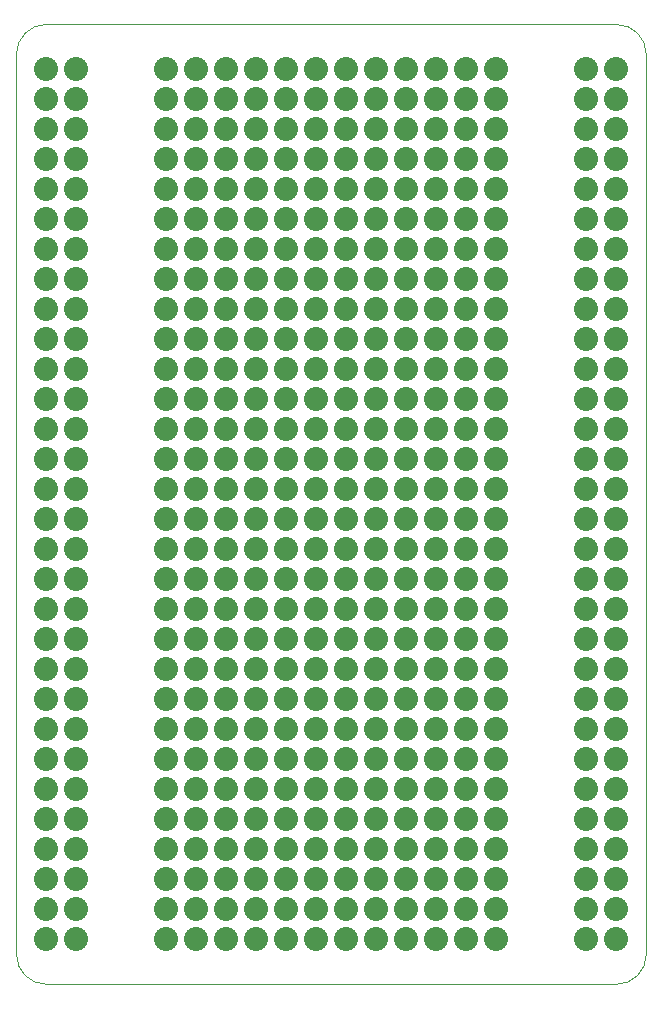
<source format=gbs>
G04 #@! TF.FileFunction,Soldermask,Bot*
%FSLAX46Y46*%
G04 Gerber Fmt 4.6, Leading zero omitted, Abs format (unit mm)*
G04 Created by KiCad (PCBNEW 0.201505061231+5645~23~ubuntu14.10.1-product) date Fri May  8 13:03:44 2015*
%MOMM*%
G01*
G04 APERTURE LIST*
%ADD10C,0.100000*%
%ADD11C,2.032000*%
G04 APERTURE END LIST*
D10*
X91440000Y-118110000D02*
G75*
G03X93980000Y-120650000I2540000J0D01*
G01*
X142240000Y-120650000D02*
G75*
G03X144780000Y-118110000I0J2540000D01*
G01*
X144780000Y-41910000D02*
G75*
G03X142240000Y-39370000I-2540000J0D01*
G01*
X93980000Y-39370000D02*
G75*
G03X91440000Y-41910000I0J-2540000D01*
G01*
X91440000Y-118110000D02*
X91440000Y-41910000D01*
X142240000Y-120650000D02*
X93980000Y-120650000D01*
X144780000Y-41910000D02*
X144780000Y-118110000D01*
X93980000Y-39370000D02*
X142240000Y-39370000D01*
D11*
X96520000Y-116840000D03*
X93980000Y-116840000D03*
X142240000Y-116840000D03*
X139700000Y-116840000D03*
X142240000Y-101600000D03*
X139700000Y-101600000D03*
X142240000Y-86360000D03*
X139700000Y-86360000D03*
X142240000Y-71120000D03*
X139700000Y-71120000D03*
X142240000Y-55880000D03*
X139700000Y-55880000D03*
X96520000Y-101600000D03*
X93980000Y-101600000D03*
X96520000Y-86360000D03*
X93980000Y-86360000D03*
X96520000Y-71120000D03*
X93980000Y-71120000D03*
X96520000Y-55880000D03*
X93980000Y-55880000D03*
X119380000Y-116840000D03*
X116840000Y-116840000D03*
X119380000Y-101600000D03*
X116840000Y-101600000D03*
X119380000Y-86360000D03*
X116840000Y-86360000D03*
X119380000Y-71120000D03*
X116840000Y-71120000D03*
X119380000Y-55880000D03*
X116840000Y-55880000D03*
X116840000Y-73660000D03*
X119380000Y-73660000D03*
X116840000Y-66040000D03*
X119380000Y-66040000D03*
X119380000Y-68580000D03*
X116840000Y-68580000D03*
X116840000Y-58420000D03*
X119380000Y-58420000D03*
X116840000Y-60960000D03*
X119380000Y-60960000D03*
X119380000Y-63500000D03*
X116840000Y-63500000D03*
X116840000Y-43180000D03*
X119380000Y-43180000D03*
X116840000Y-48260000D03*
X119380000Y-48260000D03*
X119380000Y-45720000D03*
X116840000Y-45720000D03*
X116840000Y-50800000D03*
X119380000Y-50800000D03*
X119380000Y-53340000D03*
X116840000Y-53340000D03*
X116840000Y-93980000D03*
X119380000Y-93980000D03*
X119380000Y-91440000D03*
X116840000Y-91440000D03*
X119380000Y-88900000D03*
X116840000Y-88900000D03*
X116840000Y-78740000D03*
X119380000Y-78740000D03*
X119380000Y-76200000D03*
X116840000Y-76200000D03*
X116840000Y-81280000D03*
X119380000Y-81280000D03*
X119380000Y-83820000D03*
X116840000Y-83820000D03*
X116840000Y-104140000D03*
X119380000Y-104140000D03*
X116840000Y-96520000D03*
X119380000Y-96520000D03*
X119380000Y-99060000D03*
X116840000Y-99060000D03*
X116840000Y-109220000D03*
X119380000Y-109220000D03*
X119380000Y-106680000D03*
X116840000Y-106680000D03*
X116840000Y-111760000D03*
X119380000Y-111760000D03*
X119380000Y-114300000D03*
X116840000Y-114300000D03*
X121920000Y-111760000D03*
X124460000Y-111760000D03*
X127000000Y-111760000D03*
X132080000Y-111760000D03*
X129540000Y-111760000D03*
X121920000Y-114300000D03*
X124460000Y-114300000D03*
X127000000Y-114300000D03*
X132080000Y-114300000D03*
X129540000Y-114300000D03*
X129540000Y-116840000D03*
X132080000Y-116840000D03*
X127000000Y-116840000D03*
X124460000Y-116840000D03*
X121920000Y-116840000D03*
X129540000Y-99060000D03*
X132080000Y-99060000D03*
X127000000Y-99060000D03*
X124460000Y-99060000D03*
X121920000Y-99060000D03*
X121920000Y-109220000D03*
X124460000Y-109220000D03*
X127000000Y-109220000D03*
X132080000Y-109220000D03*
X129540000Y-109220000D03*
X129540000Y-106680000D03*
X132080000Y-106680000D03*
X127000000Y-106680000D03*
X124460000Y-106680000D03*
X121920000Y-106680000D03*
X121920000Y-101600000D03*
X124460000Y-101600000D03*
X127000000Y-101600000D03*
X132080000Y-101600000D03*
X129540000Y-101600000D03*
X129540000Y-104140000D03*
X132080000Y-104140000D03*
X127000000Y-104140000D03*
X124460000Y-104140000D03*
X121920000Y-104140000D03*
X121920000Y-91440000D03*
X124460000Y-91440000D03*
X127000000Y-91440000D03*
X132080000Y-91440000D03*
X129540000Y-91440000D03*
X129540000Y-88900000D03*
X132080000Y-88900000D03*
X127000000Y-88900000D03*
X124460000Y-88900000D03*
X121920000Y-88900000D03*
X121920000Y-93980000D03*
X124460000Y-93980000D03*
X127000000Y-93980000D03*
X132080000Y-93980000D03*
X129540000Y-93980000D03*
X129540000Y-96520000D03*
X132080000Y-96520000D03*
X127000000Y-96520000D03*
X124460000Y-96520000D03*
X121920000Y-96520000D03*
X121920000Y-86360000D03*
X124460000Y-86360000D03*
X127000000Y-86360000D03*
X132080000Y-86360000D03*
X129540000Y-86360000D03*
X129540000Y-83820000D03*
X132080000Y-83820000D03*
X127000000Y-83820000D03*
X124460000Y-83820000D03*
X121920000Y-83820000D03*
X121920000Y-66040000D03*
X124460000Y-66040000D03*
X127000000Y-66040000D03*
X132080000Y-66040000D03*
X129540000Y-66040000D03*
X129540000Y-63500000D03*
X132080000Y-63500000D03*
X127000000Y-63500000D03*
X124460000Y-63500000D03*
X121920000Y-63500000D03*
X121920000Y-68580000D03*
X124460000Y-68580000D03*
X127000000Y-68580000D03*
X132080000Y-68580000D03*
X129540000Y-68580000D03*
X129540000Y-71120000D03*
X132080000Y-71120000D03*
X127000000Y-71120000D03*
X124460000Y-71120000D03*
X121920000Y-71120000D03*
X121920000Y-81280000D03*
X124460000Y-81280000D03*
X127000000Y-81280000D03*
X132080000Y-81280000D03*
X129540000Y-81280000D03*
X129540000Y-78740000D03*
X132080000Y-78740000D03*
X127000000Y-78740000D03*
X124460000Y-78740000D03*
X121920000Y-78740000D03*
X121920000Y-73660000D03*
X124460000Y-73660000D03*
X127000000Y-73660000D03*
X132080000Y-73660000D03*
X129540000Y-73660000D03*
X129540000Y-76200000D03*
X132080000Y-76200000D03*
X127000000Y-76200000D03*
X124460000Y-76200000D03*
X121920000Y-76200000D03*
X121920000Y-55880000D03*
X124460000Y-55880000D03*
X127000000Y-55880000D03*
X132080000Y-55880000D03*
X129540000Y-55880000D03*
X129540000Y-53340000D03*
X132080000Y-53340000D03*
X127000000Y-53340000D03*
X124460000Y-53340000D03*
X121920000Y-53340000D03*
X121920000Y-58420000D03*
X124460000Y-58420000D03*
X127000000Y-58420000D03*
X132080000Y-58420000D03*
X129540000Y-58420000D03*
X129540000Y-60960000D03*
X132080000Y-60960000D03*
X127000000Y-60960000D03*
X124460000Y-60960000D03*
X121920000Y-60960000D03*
X121920000Y-50800000D03*
X124460000Y-50800000D03*
X127000000Y-50800000D03*
X132080000Y-50800000D03*
X129540000Y-50800000D03*
X129540000Y-48260000D03*
X132080000Y-48260000D03*
X127000000Y-48260000D03*
X124460000Y-48260000D03*
X121920000Y-48260000D03*
X121920000Y-43180000D03*
X124460000Y-43180000D03*
X127000000Y-43180000D03*
X132080000Y-43180000D03*
X129540000Y-43180000D03*
X129540000Y-45720000D03*
X132080000Y-45720000D03*
X127000000Y-45720000D03*
X124460000Y-45720000D03*
X121920000Y-45720000D03*
X114300000Y-83820000D03*
X111760000Y-83820000D03*
X109220000Y-83820000D03*
X104140000Y-83820000D03*
X106680000Y-83820000D03*
X106680000Y-86360000D03*
X104140000Y-86360000D03*
X109220000Y-86360000D03*
X111760000Y-86360000D03*
X114300000Y-86360000D03*
X114300000Y-91440000D03*
X111760000Y-91440000D03*
X109220000Y-91440000D03*
X104140000Y-91440000D03*
X106680000Y-91440000D03*
X106680000Y-88900000D03*
X104140000Y-88900000D03*
X109220000Y-88900000D03*
X111760000Y-88900000D03*
X114300000Y-88900000D03*
X114300000Y-99060000D03*
X111760000Y-99060000D03*
X109220000Y-99060000D03*
X104140000Y-99060000D03*
X106680000Y-99060000D03*
X106680000Y-101600000D03*
X104140000Y-101600000D03*
X109220000Y-101600000D03*
X111760000Y-101600000D03*
X114300000Y-101600000D03*
X114300000Y-96520000D03*
X111760000Y-96520000D03*
X109220000Y-96520000D03*
X104140000Y-96520000D03*
X106680000Y-96520000D03*
X106680000Y-93980000D03*
X104140000Y-93980000D03*
X109220000Y-93980000D03*
X111760000Y-93980000D03*
X114300000Y-93980000D03*
X114300000Y-114300000D03*
X111760000Y-114300000D03*
X109220000Y-114300000D03*
X104140000Y-114300000D03*
X106680000Y-114300000D03*
X106680000Y-116840000D03*
X104140000Y-116840000D03*
X109220000Y-116840000D03*
X111760000Y-116840000D03*
X114300000Y-116840000D03*
X114300000Y-109220000D03*
X111760000Y-109220000D03*
X109220000Y-109220000D03*
X104140000Y-109220000D03*
X106680000Y-109220000D03*
X106680000Y-111760000D03*
X104140000Y-111760000D03*
X109220000Y-111760000D03*
X111760000Y-111760000D03*
X114300000Y-111760000D03*
X114300000Y-106680000D03*
X111760000Y-106680000D03*
X109220000Y-106680000D03*
X104140000Y-106680000D03*
X106680000Y-106680000D03*
X106680000Y-104140000D03*
X104140000Y-104140000D03*
X109220000Y-104140000D03*
X111760000Y-104140000D03*
X114300000Y-104140000D03*
X114300000Y-63500000D03*
X111760000Y-63500000D03*
X109220000Y-63500000D03*
X104140000Y-63500000D03*
X106680000Y-63500000D03*
X106680000Y-66040000D03*
X104140000Y-66040000D03*
X109220000Y-66040000D03*
X111760000Y-66040000D03*
X114300000Y-66040000D03*
X114300000Y-71120000D03*
X111760000Y-71120000D03*
X109220000Y-71120000D03*
X104140000Y-71120000D03*
X106680000Y-71120000D03*
X106680000Y-68580000D03*
X104140000Y-68580000D03*
X109220000Y-68580000D03*
X111760000Y-68580000D03*
X114300000Y-68580000D03*
X114300000Y-78740000D03*
X111760000Y-78740000D03*
X109220000Y-78740000D03*
X104140000Y-78740000D03*
X106680000Y-78740000D03*
X106680000Y-81280000D03*
X104140000Y-81280000D03*
X109220000Y-81280000D03*
X111760000Y-81280000D03*
X114300000Y-81280000D03*
X114300000Y-76200000D03*
X111760000Y-76200000D03*
X109220000Y-76200000D03*
X104140000Y-76200000D03*
X106680000Y-76200000D03*
X106680000Y-73660000D03*
X104140000Y-73660000D03*
X109220000Y-73660000D03*
X111760000Y-73660000D03*
X114300000Y-73660000D03*
X114300000Y-53340000D03*
X111760000Y-53340000D03*
X109220000Y-53340000D03*
X104140000Y-53340000D03*
X106680000Y-53340000D03*
X106680000Y-55880000D03*
X104140000Y-55880000D03*
X109220000Y-55880000D03*
X111760000Y-55880000D03*
X114300000Y-55880000D03*
X114300000Y-60960000D03*
X111760000Y-60960000D03*
X109220000Y-60960000D03*
X104140000Y-60960000D03*
X106680000Y-60960000D03*
X106680000Y-58420000D03*
X104140000Y-58420000D03*
X109220000Y-58420000D03*
X111760000Y-58420000D03*
X114300000Y-58420000D03*
X114300000Y-48260000D03*
X111760000Y-48260000D03*
X109220000Y-48260000D03*
X104140000Y-48260000D03*
X106680000Y-48260000D03*
X106680000Y-50800000D03*
X104140000Y-50800000D03*
X109220000Y-50800000D03*
X111760000Y-50800000D03*
X114300000Y-50800000D03*
X114300000Y-45720000D03*
X111760000Y-45720000D03*
X109220000Y-45720000D03*
X104140000Y-45720000D03*
X106680000Y-45720000D03*
X106680000Y-43180000D03*
X104140000Y-43180000D03*
X109220000Y-43180000D03*
X111760000Y-43180000D03*
X114300000Y-43180000D03*
X93980000Y-114300000D03*
X96520000Y-114300000D03*
X96520000Y-111760000D03*
X93980000Y-111760000D03*
X93980000Y-106680000D03*
X96520000Y-106680000D03*
X96520000Y-109220000D03*
X93980000Y-109220000D03*
X93980000Y-99060000D03*
X96520000Y-99060000D03*
X96520000Y-96520000D03*
X93980000Y-96520000D03*
X96520000Y-104140000D03*
X93980000Y-104140000D03*
X93980000Y-83820000D03*
X96520000Y-83820000D03*
X96520000Y-81280000D03*
X93980000Y-81280000D03*
X93980000Y-76200000D03*
X96520000Y-76200000D03*
X96520000Y-78740000D03*
X93980000Y-78740000D03*
X93980000Y-88900000D03*
X96520000Y-88900000D03*
X93980000Y-91440000D03*
X96520000Y-91440000D03*
X96520000Y-93980000D03*
X93980000Y-93980000D03*
X93980000Y-53340000D03*
X96520000Y-53340000D03*
X96520000Y-50800000D03*
X93980000Y-50800000D03*
X93980000Y-45720000D03*
X96520000Y-45720000D03*
X96520000Y-48260000D03*
X93980000Y-48260000D03*
X96520000Y-43180000D03*
X93980000Y-43180000D03*
X93980000Y-63500000D03*
X96520000Y-63500000D03*
X96520000Y-60960000D03*
X93980000Y-60960000D03*
X96520000Y-58420000D03*
X93980000Y-58420000D03*
X93980000Y-68580000D03*
X96520000Y-68580000D03*
X96520000Y-66040000D03*
X93980000Y-66040000D03*
X96520000Y-73660000D03*
X93980000Y-73660000D03*
X142240000Y-73660000D03*
X139700000Y-73660000D03*
X142240000Y-66040000D03*
X139700000Y-66040000D03*
X139700000Y-68580000D03*
X142240000Y-68580000D03*
X142240000Y-58420000D03*
X139700000Y-58420000D03*
X142240000Y-60960000D03*
X139700000Y-60960000D03*
X139700000Y-63500000D03*
X142240000Y-63500000D03*
X142240000Y-43180000D03*
X139700000Y-43180000D03*
X142240000Y-48260000D03*
X139700000Y-48260000D03*
X139700000Y-45720000D03*
X142240000Y-45720000D03*
X142240000Y-50800000D03*
X139700000Y-50800000D03*
X139700000Y-53340000D03*
X142240000Y-53340000D03*
X142240000Y-93980000D03*
X139700000Y-93980000D03*
X139700000Y-91440000D03*
X142240000Y-91440000D03*
X139700000Y-88900000D03*
X142240000Y-88900000D03*
X142240000Y-78740000D03*
X139700000Y-78740000D03*
X139700000Y-76200000D03*
X142240000Y-76200000D03*
X142240000Y-81280000D03*
X139700000Y-81280000D03*
X139700000Y-83820000D03*
X142240000Y-83820000D03*
X142240000Y-104140000D03*
X139700000Y-104140000D03*
X142240000Y-96520000D03*
X139700000Y-96520000D03*
X139700000Y-99060000D03*
X142240000Y-99060000D03*
X142240000Y-109220000D03*
X139700000Y-109220000D03*
X139700000Y-106680000D03*
X142240000Y-106680000D03*
X142240000Y-111760000D03*
X139700000Y-111760000D03*
X139700000Y-114300000D03*
X142240000Y-114300000D03*
M02*

</source>
